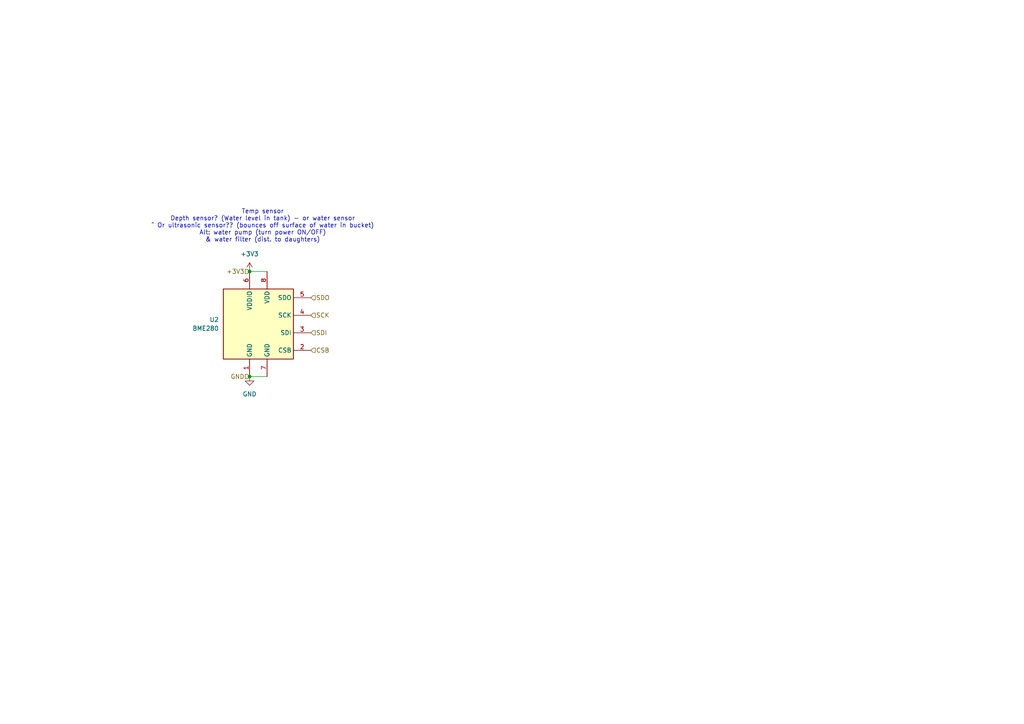
<source format=kicad_sch>
(kicad_sch (version 20231120) (generator "eeschema") (generator_version "8.0")
  (paper "A4")
  (lib_symbols
    (symbol "Sensor:BME280"
      (property "Reference" "U" (at -8.89 11.43 0))
      (property "Value" "BME280" (at 7.62 11.43 0))
      (symbol "BME280_0_1"
        (rectangle (start -10.16 10.16) (end 10.16 -10.16) (stroke (width 0.254)) (fill (type background)))
      )
      (symbol "BME280_1_1"
        (pin power_in line (at -2.54 -15.24 90) (length 5.08) (name "GND") (number "1"))
        (pin input line (at 15.24 -7.62 180) (length 5.08) (name "CSB") (number "2"))
        (pin bidirectional line (at 15.24 -2.54 180) (length 5.08) (name "SDI") (number "3"))
        (pin input line (at 15.24 2.54 180) (length 5.08) (name "SCK") (number "4"))
        (pin bidirectional line (at 15.24 7.62 180) (length 5.08) (name "SDO") (number "5"))
        (pin power_in line (at -2.54 15.24 270) (length 5.08) (name "VDDIO") (number "6"))
        (pin power_in line (at 2.54 -15.24 90) (length 5.08) (name "GND") (number "7"))
        (pin power_in line (at 2.54 15.24 270) (length 5.08) (name "VDD") (number "8"))
      )
    )
    (symbol "power:+3V3" (power) (pin_numbers hide) (pin_names (offset 0) hide)
      (property "Value" "+3V3" (at 0 3.556 0))
      (symbol "+3V3_0_1"
        (polyline (pts (xy -0.762 1.27) (xy 0 2.54)))
        (polyline (pts (xy 0 0) (xy 0 2.54)))
        (polyline (pts (xy 0 2.54) (xy 0.762 1.27)))
      )
      (symbol "+3V3_1_1"
        (pin power_in line (at 0 0 90) (length 0) (name "~") (number "1"))
      )
    )
    (symbol "power:GND" (power) (pin_numbers hide) (pin_names (offset 0) hide)
      (property "Value" "GND" (at 0 -3.81 0))
      (symbol "GND_0_1"
        (polyline (pts (xy 0 0) (xy 0 -1.27) (xy 1.27 -1.27) (xy 0 -2.54) (xy -1.27 -1.27) (xy 0 -1.27)))
      )
      (symbol "GND_1_1"
        (pin power_in line (at 0 0 270) (length 0) (name "~") (number "1"))
      )
    )
  )
  (junction (at 72.39 109.22))
  (junction (at 72.39 78.74))
  (wire (pts (xy 72.39 78.74) (xy 77.47 78.74)))
  (wire (pts (xy 72.39 109.22) (xy 77.47 109.22)))
  (text "Temp sensor\nDepth sensor? (Water level in tank) - or water sensor\n^ Or ultrasonic sensor?? (bounces off surface of water in bucket)\nAlt: water pump (turn power ON/OFF)\n& water filter (dist. to daughters)" (at 76.2 65.532 0) (effects (font (size 1.27 1.27))))
  (hierarchical_label "SDI" (shape input) (at 90.17 96.52 0))
  (hierarchical_label "+3V3" (shape input) (at 72.39 78.74 180))
  (hierarchical_label "SCK" (shape input) (at 90.17 91.44 0))
  (hierarchical_label "SDO" (shape input) (at 90.17 86.36 0))
  (hierarchical_label "GND" (shape input) (at 72.39 109.22 180))
  (hierarchical_label "CSB" (shape input) (at 90.17 101.6 0))
  (symbol (lib_id "power:GND") (at 72.39 109.22 0) (unit 1)
    (property "Reference" "#PWR017" (effects (hide yes)))
    (property "Value" "GND" (at 72.39 114.3 0))
    (property "Description" "Power symbol creates a global label with name \"GND\" , ground" (effects (hide yes)))
  )
  (symbol (lib_id "power:+3V3") (at 72.39 78.74 0) (unit 1)
    (property "Reference" "#PWR016" (effects (hide yes)))
    (property "Value" "+3V3" (at 72.39 73.66 0))
    (property "Description" "Power symbol creates a global label with name \"+3V3\"" (effects (hide yes)))
  )
  (symbol (lib_id "Sensor:BME280") (at 74.93 93.98 0) (unit 1)
    (property "Reference" "U2" (at 63.5 92.7099 0) (effects (justify right)))
    (property "Value" "BME280" (at 63.5 95.2499 0) (effects (justify right)))
    (property "Footprint" "Package_LGA:Bosch_LGA-8_2.5x2.5mm_P0.65mm_ClockwisePinNumbering" (effects (hide yes)))
    (property "Datasheet" "https://www.bosch-sensortec.com/media/boschsensortec/downloads/datasheets/bst-bme280-ds002.pdf" (effects (hide yes)))
    (property "Description" "3-in-1 sensor, humidity, pressure, temperature, I2C and SPI interface, 1.71-3.6V, LGA-8" (effects (hide yes)))
  )
)
</source>
